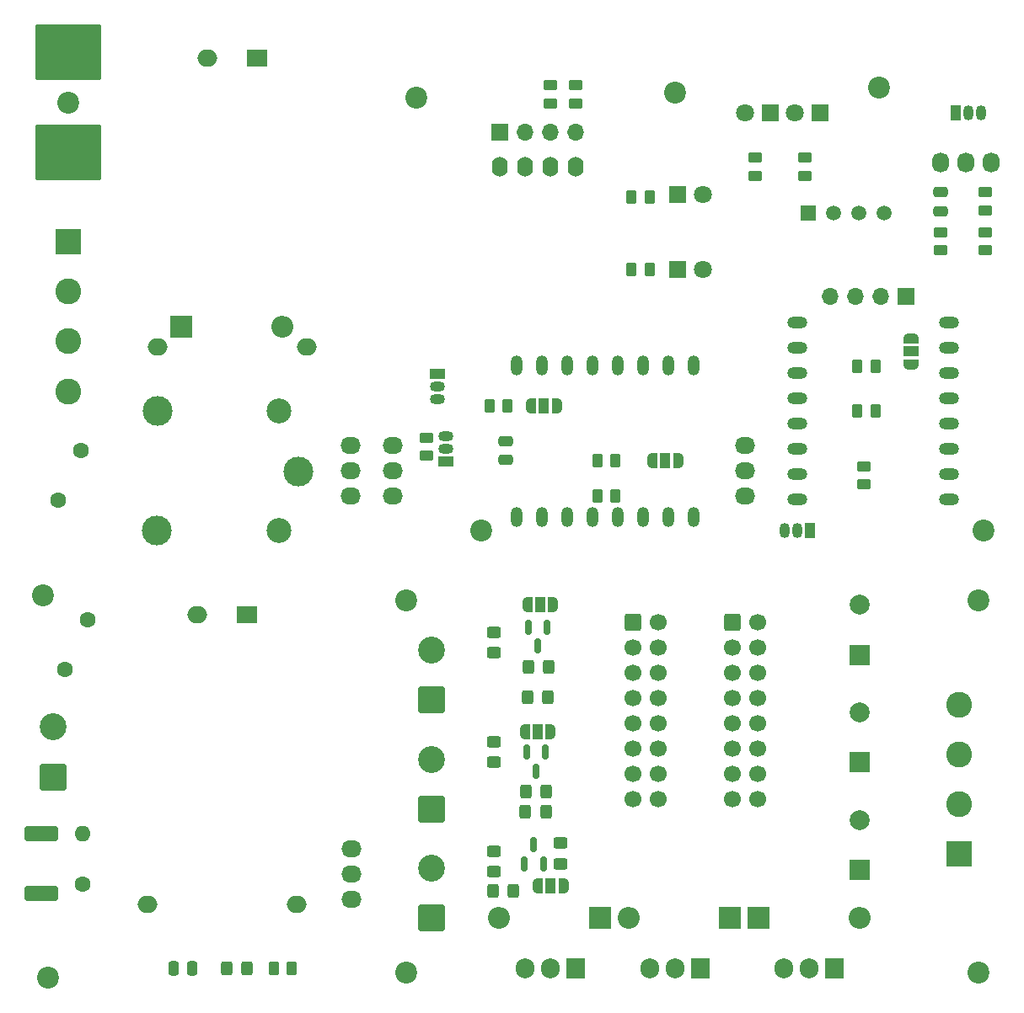
<source format=gts>
G04 #@! TF.GenerationSoftware,KiCad,Pcbnew,8.0.6*
G04 #@! TF.CreationDate,2024-12-29T21:13:16+01:00*
G04 #@! TF.ProjectId,HomeAutomationESP32C2mini_2024_2,486f6d65-4175-4746-9f6d-6174696f6e45,rev?*
G04 #@! TF.SameCoordinates,Original*
G04 #@! TF.FileFunction,Soldermask,Top*
G04 #@! TF.FilePolarity,Negative*
%FSLAX46Y46*%
G04 Gerber Fmt 4.6, Leading zero omitted, Abs format (unit mm)*
G04 Created by KiCad (PCBNEW 8.0.6) date 2024-12-29 21:13:16*
%MOMM*%
%LPD*%
G01*
G04 APERTURE LIST*
G04 Aperture macros list*
%AMRoundRect*
0 Rectangle with rounded corners*
0 $1 Rounding radius*
0 $2 $3 $4 $5 $6 $7 $8 $9 X,Y pos of 4 corners*
0 Add a 4 corners polygon primitive as box body*
4,1,4,$2,$3,$4,$5,$6,$7,$8,$9,$2,$3,0*
0 Add four circle primitives for the rounded corners*
1,1,$1+$1,$2,$3*
1,1,$1+$1,$4,$5*
1,1,$1+$1,$6,$7*
1,1,$1+$1,$8,$9*
0 Add four rect primitives between the rounded corners*
20,1,$1+$1,$2,$3,$4,$5,0*
20,1,$1+$1,$4,$5,$6,$7,0*
20,1,$1+$1,$6,$7,$8,$9,0*
20,1,$1+$1,$8,$9,$2,$3,0*%
%AMFreePoly0*
4,1,19,0.550000,-0.750000,0.000000,-0.750000,0.000000,-0.744911,-0.071157,-0.744911,-0.207708,-0.704816,-0.327430,-0.627875,-0.420627,-0.520320,-0.479746,-0.390866,-0.500000,-0.250000,-0.500000,0.250000,-0.479746,0.390866,-0.420627,0.520320,-0.327430,0.627875,-0.207708,0.704816,-0.071157,0.744911,0.000000,0.744911,0.000000,0.750000,0.550000,0.750000,0.550000,-0.750000,0.550000,-0.750000,
$1*%
%AMFreePoly1*
4,1,19,0.000000,0.744911,0.071157,0.744911,0.207708,0.704816,0.327430,0.627875,0.420627,0.520320,0.479746,0.390866,0.500000,0.250000,0.500000,-0.250000,0.479746,-0.390866,0.420627,-0.520320,0.327430,-0.627875,0.207708,-0.704816,0.071157,-0.744911,0.000000,-0.744911,0.000000,-0.750000,-0.550000,-0.750000,-0.550000,0.750000,0.000000,0.750000,0.000000,0.744911,0.000000,0.744911,
$1*%
G04 Aperture macros list end*
%ADD10RoundRect,0.250000X3.090000X-2.550000X3.090000X2.550000X-3.090000X2.550000X-3.090000X-2.550000X0*%
%ADD11C,2.200000*%
%ADD12RoundRect,0.250000X-0.600000X-0.600000X0.600000X-0.600000X0.600000X0.600000X-0.600000X0.600000X0*%
%ADD13C,1.700000*%
%ADD14R,2.200000X2.200000*%
%ADD15O,2.200000X2.200000*%
%ADD16FreePoly0,270.000000*%
%ADD17R,1.500000X1.000000*%
%ADD18FreePoly1,270.000000*%
%ADD19C,3.000000*%
%ADD20C,2.500000*%
%ADD21R,1.800000X1.800000*%
%ADD22C,1.800000*%
%ADD23RoundRect,0.250000X0.450000X-0.262500X0.450000X0.262500X-0.450000X0.262500X-0.450000X-0.262500X0*%
%ADD24O,1.727200X2.032000*%
%ADD25RoundRect,0.250000X0.262500X0.450000X-0.262500X0.450000X-0.262500X-0.450000X0.262500X-0.450000X0*%
%ADD26RoundRect,0.250000X0.475000X-0.250000X0.475000X0.250000X-0.475000X0.250000X-0.475000X-0.250000X0*%
%ADD27R,1.905000X2.000000*%
%ADD28O,1.905000X2.000000*%
%ADD29R,2.000000X1.700000*%
%ADD30O,2.000000X1.700000*%
%ADD31RoundRect,0.250001X1.099999X-1.099999X1.099999X1.099999X-1.099999X1.099999X-1.099999X-1.099999X0*%
%ADD32C,2.700000*%
%ADD33C,1.600000*%
%ADD34O,1.600000X1.600000*%
%ADD35R,1.500000X1.500000*%
%ADD36C,1.500000*%
%ADD37R,2.600000X2.600000*%
%ADD38C,2.600000*%
%ADD39RoundRect,0.250000X-0.450000X0.262500X-0.450000X-0.262500X0.450000X-0.262500X0.450000X0.262500X0*%
%ADD40RoundRect,0.249999X1.425001X-0.512501X1.425001X0.512501X-1.425001X0.512501X-1.425001X-0.512501X0*%
%ADD41O,1.200000X2.000000*%
%ADD42R,1.700000X1.700000*%
%ADD43O,1.700000X1.700000*%
%ADD44R,2.000000X2.000000*%
%ADD45C,2.000000*%
%ADD46O,2.000000X1.200000*%
%ADD47O,2.032000X1.727200*%
%ADD48RoundRect,0.250000X-0.450000X0.325000X-0.450000X-0.325000X0.450000X-0.325000X0.450000X0.325000X0*%
%ADD49R,1.500000X1.050000*%
%ADD50O,1.500000X1.050000*%
%ADD51R,1.050000X1.500000*%
%ADD52O,1.050000X1.500000*%
%ADD53FreePoly0,180.000000*%
%ADD54R,1.000000X1.500000*%
%ADD55FreePoly1,180.000000*%
%ADD56O,1.600000X2.000000*%
%ADD57RoundRect,0.250000X-0.250000X-0.475000X0.250000X-0.475000X0.250000X0.475000X-0.250000X0.475000X0*%
%ADD58RoundRect,0.250000X-0.262500X-0.450000X0.262500X-0.450000X0.262500X0.450000X-0.262500X0.450000X0*%
%ADD59RoundRect,0.250000X-0.475000X0.250000X-0.475000X-0.250000X0.475000X-0.250000X0.475000X0.250000X0*%
%ADD60RoundRect,0.250000X-0.325000X-0.450000X0.325000X-0.450000X0.325000X0.450000X-0.325000X0.450000X0*%
%ADD61RoundRect,0.150000X0.150000X-0.587500X0.150000X0.587500X-0.150000X0.587500X-0.150000X-0.587500X0*%
%ADD62RoundRect,0.250000X0.325000X0.450000X-0.325000X0.450000X-0.325000X-0.450000X0.325000X-0.450000X0*%
%ADD63FreePoly0,0.000000*%
%ADD64FreePoly1,0.000000*%
%ADD65RoundRect,0.150000X-0.150000X0.587500X-0.150000X-0.587500X0.150000X-0.587500X0.150000X0.587500X0*%
%ADD66RoundRect,0.250000X0.450000X-0.325000X0.450000X0.325000X-0.450000X0.325000X-0.450000X-0.325000X0*%
G04 APERTURE END LIST*
D10*
X55000000Y-64000000D03*
X55000000Y-53900000D03*
D11*
X53000000Y-147000000D03*
X96500000Y-102000000D03*
X147000000Y-102000000D03*
D12*
X121750000Y-111220000D03*
D13*
X124290000Y-111220000D03*
X121750000Y-113760000D03*
X124290000Y-113760000D03*
X121750000Y-116300000D03*
X124290000Y-116300000D03*
X121750000Y-118840000D03*
X124290000Y-118840000D03*
X121750000Y-121380000D03*
X124290000Y-121380000D03*
X121750000Y-123920000D03*
X124290000Y-123920000D03*
X121750000Y-126460000D03*
X124290000Y-126460000D03*
X121750000Y-129000000D03*
X124290000Y-129000000D03*
D12*
X111725000Y-111220000D03*
D13*
X114265000Y-111220000D03*
X111725000Y-113760000D03*
X114265000Y-113760000D03*
X111725000Y-116300000D03*
X114265000Y-116300000D03*
X111725000Y-118840000D03*
X114265000Y-118840000D03*
X111725000Y-121380000D03*
X114265000Y-121380000D03*
X111725000Y-123920000D03*
X114265000Y-123920000D03*
X111725000Y-126460000D03*
X114265000Y-126460000D03*
X111725000Y-129000000D03*
X114265000Y-129000000D03*
D14*
X121500000Y-141000000D03*
D15*
X111340000Y-141000000D03*
D14*
X124340000Y-141000000D03*
D15*
X134500000Y-141000000D03*
D16*
X139690000Y-82700000D03*
D17*
X139690000Y-84000000D03*
D18*
X139690000Y-85300000D03*
D11*
X146500000Y-146500000D03*
D19*
X78150000Y-96050000D03*
D20*
X76200000Y-90000000D03*
D19*
X64000000Y-90000000D03*
X63950000Y-102050000D03*
D20*
X76200000Y-102000000D03*
D21*
X125540000Y-60000000D03*
D22*
X123000000Y-60000000D03*
D23*
X147190000Y-69825000D03*
X147190000Y-68000000D03*
D24*
X147730000Y-65000000D03*
X145190000Y-65000000D03*
X142650000Y-65000000D03*
D25*
X136102500Y-85500000D03*
X134277500Y-85500000D03*
X113412500Y-75750000D03*
X111587500Y-75750000D03*
D26*
X142690000Y-69900000D03*
X142690000Y-68000000D03*
D25*
X113412500Y-68500000D03*
X111587500Y-68500000D03*
D27*
X106040000Y-146000000D03*
D28*
X103500000Y-146000000D03*
X100960000Y-146000000D03*
D29*
X74000000Y-54502500D03*
D30*
X69000000Y-54502500D03*
X79000000Y-83582500D03*
X64000000Y-83582500D03*
D31*
X91500000Y-141000000D03*
D32*
X91500000Y-136000000D03*
D33*
X56500000Y-137580000D03*
D34*
X56500000Y-132500000D03*
D35*
X129380000Y-70100000D03*
D36*
X131920000Y-70100000D03*
X134460000Y-70100000D03*
X137000000Y-70100000D03*
D11*
X89000000Y-146500000D03*
D27*
X132000000Y-146000000D03*
D28*
X129460000Y-146000000D03*
X126920000Y-146000000D03*
D37*
X55000000Y-73000000D03*
D38*
X55000000Y-78000000D03*
X55000000Y-83000000D03*
X55000000Y-88000000D03*
D39*
X91000000Y-92675000D03*
X91000000Y-94500000D03*
D25*
X99150000Y-89500000D03*
X97325000Y-89500000D03*
D40*
X52300000Y-138487500D03*
X52300000Y-132512500D03*
D21*
X116225000Y-68250000D03*
D22*
X118765000Y-68250000D03*
D41*
X117890000Y-85380000D03*
X115350000Y-85380000D03*
X112810000Y-85380000D03*
X110270000Y-85380000D03*
X107730000Y-85380000D03*
X105190000Y-85380000D03*
X102650000Y-85380000D03*
X100110000Y-85380000D03*
X100110000Y-100620000D03*
X102650000Y-100620000D03*
X105190000Y-100620000D03*
X107730000Y-100620000D03*
X110270000Y-100620000D03*
X112810000Y-100620000D03*
X115350000Y-100620000D03*
X117890000Y-100620000D03*
D42*
X98420000Y-62000000D03*
D43*
X100960000Y-62000000D03*
X103500000Y-62000000D03*
X106040000Y-62000000D03*
D27*
X118540000Y-146000000D03*
D28*
X116000000Y-146000000D03*
X113460000Y-146000000D03*
D37*
X144500000Y-134500000D03*
D38*
X144500000Y-129500000D03*
X144500000Y-124500000D03*
X144500000Y-119500000D03*
D23*
X135000000Y-97390000D03*
X135000000Y-95565000D03*
D33*
X57000000Y-111000000D03*
X54700000Y-116000000D03*
D44*
X134500000Y-125316161D03*
D45*
X134500000Y-120316161D03*
D11*
X52500000Y-108500000D03*
D46*
X128260000Y-81110000D03*
X128260000Y-83650000D03*
X128260000Y-86190000D03*
X128260000Y-88730000D03*
X128260000Y-91270000D03*
X128260000Y-93810000D03*
X128260000Y-96350000D03*
X128260000Y-98890000D03*
X143500000Y-98890000D03*
X143500000Y-96350000D03*
X143500000Y-93810000D03*
X143500000Y-91270000D03*
X143500000Y-88730000D03*
X143500000Y-86190000D03*
X143500000Y-83650000D03*
X143500000Y-81110000D03*
D47*
X83500000Y-134000000D03*
X83500000Y-136540000D03*
X83500000Y-139080000D03*
D39*
X106000000Y-57250000D03*
X106000000Y-59075000D03*
D48*
X97750000Y-123250000D03*
X97750000Y-125300000D03*
D44*
X134500000Y-114500000D03*
D45*
X134500000Y-109500000D03*
D29*
X73000000Y-110500000D03*
D30*
X68000000Y-110500000D03*
X78000000Y-139580000D03*
X63000000Y-139580000D03*
D49*
X92140000Y-86230000D03*
D50*
X92140000Y-87500000D03*
X92140000Y-88770000D03*
D51*
X129500000Y-102000000D03*
D52*
X128230000Y-102000000D03*
X126960000Y-102000000D03*
D23*
X129040000Y-66325000D03*
X129040000Y-64500000D03*
D53*
X116300000Y-95000000D03*
D54*
X115000000Y-95000000D03*
D55*
X113700000Y-95000000D03*
D11*
X146500000Y-109000000D03*
D21*
X130540000Y-60000000D03*
D22*
X128000000Y-60000000D03*
D56*
X98380000Y-65400000D03*
X100920000Y-65400000D03*
X103460000Y-65400000D03*
X106000000Y-65400000D03*
D11*
X55000000Y-58987500D03*
X89000000Y-109000000D03*
X136500000Y-57500000D03*
D48*
X97750000Y-112250000D03*
X97750000Y-114300000D03*
D11*
X90000000Y-58500000D03*
D39*
X103500000Y-57250000D03*
X103500000Y-59075000D03*
D31*
X53500000Y-126777500D03*
D32*
X53500000Y-121777500D03*
D49*
X93000000Y-95040000D03*
D50*
X93000000Y-93770000D03*
X93000000Y-92500000D03*
D39*
X142690000Y-72000000D03*
X142690000Y-73825000D03*
D57*
X65600000Y-146000000D03*
X67500000Y-146000000D03*
D58*
X108175000Y-95000000D03*
X110000000Y-95000000D03*
D25*
X136102500Y-90000000D03*
X134277500Y-90000000D03*
D23*
X124040000Y-66325000D03*
X124040000Y-64500000D03*
D42*
X139190000Y-78500000D03*
D43*
X136650000Y-78500000D03*
X134110000Y-78500000D03*
X131570000Y-78500000D03*
D53*
X104100000Y-89500000D03*
D54*
X102800000Y-89500000D03*
D55*
X101500000Y-89500000D03*
D59*
X99000000Y-93000000D03*
X99000000Y-94900000D03*
D21*
X116225000Y-75750000D03*
D22*
X118765000Y-75750000D03*
D14*
X108500000Y-141000000D03*
D15*
X98340000Y-141000000D03*
D31*
X91500000Y-119000000D03*
D32*
X91500000Y-114000000D03*
D58*
X108175000Y-98500000D03*
X110000000Y-98500000D03*
D39*
X147190000Y-72000000D03*
X147190000Y-73825000D03*
D31*
X91500000Y-130000000D03*
D32*
X91500000Y-125000000D03*
D25*
X77500000Y-146000000D03*
X75675000Y-146000000D03*
D51*
X144150000Y-60000000D03*
D52*
X145420000Y-60000000D03*
X146690000Y-60000000D03*
D44*
X134500000Y-136132323D03*
D45*
X134500000Y-131132323D03*
D11*
X116000000Y-58000000D03*
D60*
X70950000Y-146000000D03*
X73000000Y-146000000D03*
D48*
X97750000Y-134250000D03*
X97750000Y-136300000D03*
D33*
X54000000Y-99000000D03*
X56300000Y-94000000D03*
D53*
X103750000Y-109500000D03*
D54*
X102450000Y-109500000D03*
D55*
X101150000Y-109500000D03*
D61*
X100850000Y-135500000D03*
X102750000Y-135500000D03*
X101800000Y-133625000D03*
D62*
X99750000Y-138250000D03*
X97700000Y-138250000D03*
X103250000Y-118750000D03*
X101200000Y-118750000D03*
D47*
X123000000Y-93460000D03*
X123000000Y-96000000D03*
X123000000Y-98540000D03*
D62*
X103275000Y-115750000D03*
X101225000Y-115750000D03*
D14*
X66340000Y-81500000D03*
D15*
X76500000Y-81500000D03*
D53*
X103500000Y-122250000D03*
D54*
X102200000Y-122250000D03*
D55*
X100900000Y-122250000D03*
D63*
X102200000Y-137750000D03*
D54*
X103500000Y-137750000D03*
D64*
X104800000Y-137750000D03*
D47*
X83400000Y-93460000D03*
X83400000Y-96000000D03*
X83400000Y-98540000D03*
D62*
X103000000Y-130250000D03*
X100950000Y-130250000D03*
D47*
X87600000Y-93420000D03*
X87600000Y-95960000D03*
X87600000Y-98500000D03*
D65*
X103150000Y-111750000D03*
X101250000Y-111750000D03*
X102200000Y-113625000D03*
D66*
X104500000Y-135500000D03*
X104500000Y-133450000D03*
D65*
X102950000Y-124312500D03*
X101050000Y-124312500D03*
X102000000Y-126187500D03*
D62*
X103025000Y-128250000D03*
X100975000Y-128250000D03*
M02*

</source>
